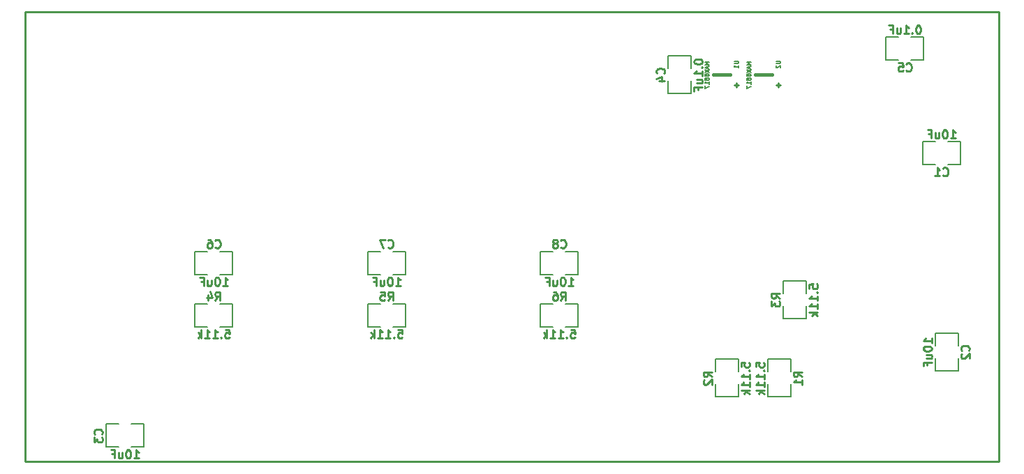
<source format=gbo>
G04 #@! TF.FileFunction,Legend,Bot*
%FSLAX46Y46*%
G04 Gerber Fmt 4.6, Leading zero omitted, Abs format (unit mm)*
G04 Created by KiCad (PCBNEW 0.201508100901+6080~28~ubuntu14.04.1-product) date Mon 10 Aug 2015 10:37:22 AM EDT*
%MOMM*%
G01*
G04 APERTURE LIST*
%ADD10C,0.100000*%
%ADD11C,0.228600*%
%ADD12C,0.381000*%
%ADD13C,0.127000*%
%ADD14C,0.254000*%
%ADD15O,1.854200X2.540000*%
%ADD16R,1.854200X2.540000*%
%ADD17O,4.445000X3.175000*%
%ADD18R,0.762000X1.534160*%
%ADD19R,1.270000X2.540000*%
%ADD20R,2.540000X1.270000*%
%ADD21C,1.930400*%
%ADD22O,4.572000X3.556000*%
%ADD23O,4.064000X5.080000*%
%ADD24O,5.080000X3.556000*%
%ADD25O,2.540000X1.524000*%
%ADD26C,3.937000*%
%ADD27O,1.524000X2.540000*%
%ADD28O,1.524000X2.032000*%
%ADD29O,6.350000X3.810000*%
%ADD30R,2.540000X1.524000*%
%ADD31O,2.540000X1.854200*%
%ADD32R,2.540000X1.854200*%
%ADD33O,5.080000X3.048000*%
%ADD34O,2.032000X1.524000*%
G04 APERTURE END LIST*
D10*
D11*
X211455000Y-75565000D02*
X93345000Y-75565000D01*
X211455000Y-130175000D02*
X211455000Y-75565000D01*
X93345000Y-130175000D02*
X211455000Y-130175000D01*
X93345000Y-75565000D02*
X93345000Y-130175000D01*
D12*
X178816000Y-83185000D02*
X176784000Y-83185000D01*
D11*
X179578000Y-84709000D02*
X179578000Y-84201000D01*
X179832000Y-84455000D02*
X179324000Y-84455000D01*
D12*
X183896000Y-83185000D02*
X181864000Y-83185000D01*
D11*
X184658000Y-84709000D02*
X184658000Y-84201000D01*
X184912000Y-84455000D02*
X184404000Y-84455000D01*
D13*
X116967000Y-110998000D02*
X118491000Y-110998000D01*
X118491000Y-110998000D02*
X118491000Y-113792000D01*
X118491000Y-113792000D02*
X116967000Y-113792000D01*
X115443000Y-113792000D02*
X113919000Y-113792000D01*
X113919000Y-113792000D02*
X113919000Y-110998000D01*
X113919000Y-110998000D02*
X115443000Y-110998000D01*
X177038000Y-119253000D02*
X177038000Y-117729000D01*
X177038000Y-117729000D02*
X179832000Y-117729000D01*
X179832000Y-117729000D02*
X179832000Y-119253000D01*
X179832000Y-120777000D02*
X179832000Y-122301000D01*
X179832000Y-122301000D02*
X177038000Y-122301000D01*
X177038000Y-122301000D02*
X177038000Y-120777000D01*
X186182000Y-120777000D02*
X186182000Y-122301000D01*
X186182000Y-122301000D02*
X183388000Y-122301000D01*
X183388000Y-122301000D02*
X183388000Y-120777000D01*
X183388000Y-119253000D02*
X183388000Y-117729000D01*
X183388000Y-117729000D02*
X186182000Y-117729000D01*
X186182000Y-117729000D02*
X186182000Y-119253000D01*
X116967000Y-104648000D02*
X118491000Y-104648000D01*
X118491000Y-104648000D02*
X118491000Y-107442000D01*
X118491000Y-107442000D02*
X116967000Y-107442000D01*
X115443000Y-107442000D02*
X113919000Y-107442000D01*
X113919000Y-107442000D02*
X113919000Y-104648000D01*
X113919000Y-104648000D02*
X115443000Y-104648000D01*
X199263000Y-81407000D02*
X197739000Y-81407000D01*
X197739000Y-81407000D02*
X197739000Y-78613000D01*
X197739000Y-78613000D02*
X199263000Y-78613000D01*
X200787000Y-78613000D02*
X202311000Y-78613000D01*
X202311000Y-78613000D02*
X202311000Y-81407000D01*
X202311000Y-81407000D02*
X200787000Y-81407000D01*
X171323000Y-82423000D02*
X171323000Y-80899000D01*
X171323000Y-80899000D02*
X174117000Y-80899000D01*
X174117000Y-80899000D02*
X174117000Y-82423000D01*
X174117000Y-83947000D02*
X174117000Y-85471000D01*
X174117000Y-85471000D02*
X171323000Y-85471000D01*
X171323000Y-85471000D02*
X171323000Y-83947000D01*
X106172000Y-125603000D02*
X107696000Y-125603000D01*
X107696000Y-125603000D02*
X107696000Y-128397000D01*
X107696000Y-128397000D02*
X106172000Y-128397000D01*
X104648000Y-128397000D02*
X103124000Y-128397000D01*
X103124000Y-128397000D02*
X103124000Y-125603000D01*
X103124000Y-125603000D02*
X104648000Y-125603000D01*
X206502000Y-117602000D02*
X206502000Y-119126000D01*
X206502000Y-119126000D02*
X203708000Y-119126000D01*
X203708000Y-119126000D02*
X203708000Y-117602000D01*
X203708000Y-116078000D02*
X203708000Y-114554000D01*
X203708000Y-114554000D02*
X206502000Y-114554000D01*
X206502000Y-114554000D02*
X206502000Y-116078000D01*
X203708000Y-94107000D02*
X202184000Y-94107000D01*
X202184000Y-94107000D02*
X202184000Y-91313000D01*
X202184000Y-91313000D02*
X203708000Y-91313000D01*
X205232000Y-91313000D02*
X206756000Y-91313000D01*
X206756000Y-91313000D02*
X206756000Y-94107000D01*
X206756000Y-94107000D02*
X205232000Y-94107000D01*
X185293000Y-109728000D02*
X185293000Y-108204000D01*
X185293000Y-108204000D02*
X188087000Y-108204000D01*
X188087000Y-108204000D02*
X188087000Y-109728000D01*
X188087000Y-111252000D02*
X188087000Y-112776000D01*
X188087000Y-112776000D02*
X185293000Y-112776000D01*
X185293000Y-112776000D02*
X185293000Y-111252000D01*
X137922000Y-110998000D02*
X139446000Y-110998000D01*
X139446000Y-110998000D02*
X139446000Y-113792000D01*
X139446000Y-113792000D02*
X137922000Y-113792000D01*
X136398000Y-113792000D02*
X134874000Y-113792000D01*
X134874000Y-113792000D02*
X134874000Y-110998000D01*
X134874000Y-110998000D02*
X136398000Y-110998000D01*
X137922000Y-104648000D02*
X139446000Y-104648000D01*
X139446000Y-104648000D02*
X139446000Y-107442000D01*
X139446000Y-107442000D02*
X137922000Y-107442000D01*
X136398000Y-107442000D02*
X134874000Y-107442000D01*
X134874000Y-107442000D02*
X134874000Y-104648000D01*
X134874000Y-104648000D02*
X136398000Y-104648000D01*
X158877000Y-110998000D02*
X160401000Y-110998000D01*
X160401000Y-110998000D02*
X160401000Y-113792000D01*
X160401000Y-113792000D02*
X158877000Y-113792000D01*
X157353000Y-113792000D02*
X155829000Y-113792000D01*
X155829000Y-113792000D02*
X155829000Y-110998000D01*
X155829000Y-110998000D02*
X157353000Y-110998000D01*
X158877000Y-104648000D02*
X160401000Y-104648000D01*
X160401000Y-104648000D02*
X160401000Y-107442000D01*
X160401000Y-107442000D02*
X158877000Y-107442000D01*
X157353000Y-107442000D02*
X155829000Y-107442000D01*
X155829000Y-107442000D02*
X155829000Y-104648000D01*
X155829000Y-104648000D02*
X157353000Y-104648000D01*
X179299810Y-81527952D02*
X179711048Y-81527952D01*
X179759429Y-81552143D01*
X179783619Y-81576333D01*
X179807810Y-81624714D01*
X179807810Y-81721476D01*
X179783619Y-81769857D01*
X179759429Y-81794048D01*
X179711048Y-81818238D01*
X179299810Y-81818238D01*
X179807810Y-82326238D02*
X179807810Y-82035952D01*
X179807810Y-82181095D02*
X179299810Y-82181095D01*
X179372381Y-82132714D01*
X179420762Y-82084333D01*
X179444952Y-82035952D01*
X176251810Y-81588427D02*
X175743810Y-81588427D01*
X176106667Y-81757761D01*
X175743810Y-81927094D01*
X176251810Y-81927094D01*
X176106667Y-82144808D02*
X176106667Y-82386713D01*
X176251810Y-82096427D02*
X175743810Y-82265760D01*
X176251810Y-82435094D01*
X175743810Y-82556046D02*
X176251810Y-82894713D01*
X175743810Y-82894713D02*
X176251810Y-82556046D01*
X175743810Y-83305952D02*
X175743810Y-83209190D01*
X175768000Y-83160809D01*
X175792190Y-83136618D01*
X175864762Y-83088237D01*
X175961524Y-83064047D01*
X176155048Y-83064047D01*
X176203429Y-83088237D01*
X176227619Y-83112428D01*
X176251810Y-83160809D01*
X176251810Y-83257571D01*
X176227619Y-83305952D01*
X176203429Y-83330142D01*
X176155048Y-83354333D01*
X176034095Y-83354333D01*
X175985714Y-83330142D01*
X175961524Y-83305952D01*
X175937333Y-83257571D01*
X175937333Y-83160809D01*
X175961524Y-83112428D01*
X175985714Y-83088237D01*
X176034095Y-83064047D01*
X175961524Y-83644619D02*
X175937333Y-83596238D01*
X175913143Y-83572047D01*
X175864762Y-83547857D01*
X175840571Y-83547857D01*
X175792190Y-83572047D01*
X175768000Y-83596238D01*
X175743810Y-83644619D01*
X175743810Y-83741381D01*
X175768000Y-83789762D01*
X175792190Y-83813952D01*
X175840571Y-83838143D01*
X175864762Y-83838143D01*
X175913143Y-83813952D01*
X175937333Y-83789762D01*
X175961524Y-83741381D01*
X175961524Y-83644619D01*
X175985714Y-83596238D01*
X176009905Y-83572047D01*
X176058286Y-83547857D01*
X176155048Y-83547857D01*
X176203429Y-83572047D01*
X176227619Y-83596238D01*
X176251810Y-83644619D01*
X176251810Y-83741381D01*
X176227619Y-83789762D01*
X176203429Y-83813952D01*
X176155048Y-83838143D01*
X176058286Y-83838143D01*
X176009905Y-83813952D01*
X175985714Y-83789762D01*
X175961524Y-83741381D01*
X176251810Y-84321953D02*
X176251810Y-84031667D01*
X176251810Y-84176810D02*
X175743810Y-84176810D01*
X175816381Y-84128429D01*
X175864762Y-84080048D01*
X175888952Y-84031667D01*
X175743810Y-84491286D02*
X175743810Y-84829953D01*
X176251810Y-84612239D01*
X184379810Y-81527952D02*
X184791048Y-81527952D01*
X184839429Y-81552143D01*
X184863619Y-81576333D01*
X184887810Y-81624714D01*
X184887810Y-81721476D01*
X184863619Y-81769857D01*
X184839429Y-81794048D01*
X184791048Y-81818238D01*
X184379810Y-81818238D01*
X184428190Y-82035952D02*
X184404000Y-82060142D01*
X184379810Y-82108523D01*
X184379810Y-82229476D01*
X184404000Y-82277857D01*
X184428190Y-82302047D01*
X184476571Y-82326238D01*
X184524952Y-82326238D01*
X184597524Y-82302047D01*
X184887810Y-82011761D01*
X184887810Y-82326238D01*
X181331810Y-81588427D02*
X180823810Y-81588427D01*
X181186667Y-81757761D01*
X180823810Y-81927094D01*
X181331810Y-81927094D01*
X181186667Y-82144808D02*
X181186667Y-82386713D01*
X181331810Y-82096427D02*
X180823810Y-82265760D01*
X181331810Y-82435094D01*
X180823810Y-82556046D02*
X181331810Y-82894713D01*
X180823810Y-82894713D02*
X181331810Y-82556046D01*
X180823810Y-83305952D02*
X180823810Y-83209190D01*
X180848000Y-83160809D01*
X180872190Y-83136618D01*
X180944762Y-83088237D01*
X181041524Y-83064047D01*
X181235048Y-83064047D01*
X181283429Y-83088237D01*
X181307619Y-83112428D01*
X181331810Y-83160809D01*
X181331810Y-83257571D01*
X181307619Y-83305952D01*
X181283429Y-83330142D01*
X181235048Y-83354333D01*
X181114095Y-83354333D01*
X181065714Y-83330142D01*
X181041524Y-83305952D01*
X181017333Y-83257571D01*
X181017333Y-83160809D01*
X181041524Y-83112428D01*
X181065714Y-83088237D01*
X181114095Y-83064047D01*
X181041524Y-83644619D02*
X181017333Y-83596238D01*
X180993143Y-83572047D01*
X180944762Y-83547857D01*
X180920571Y-83547857D01*
X180872190Y-83572047D01*
X180848000Y-83596238D01*
X180823810Y-83644619D01*
X180823810Y-83741381D01*
X180848000Y-83789762D01*
X180872190Y-83813952D01*
X180920571Y-83838143D01*
X180944762Y-83838143D01*
X180993143Y-83813952D01*
X181017333Y-83789762D01*
X181041524Y-83741381D01*
X181041524Y-83644619D01*
X181065714Y-83596238D01*
X181089905Y-83572047D01*
X181138286Y-83547857D01*
X181235048Y-83547857D01*
X181283429Y-83572047D01*
X181307619Y-83596238D01*
X181331810Y-83644619D01*
X181331810Y-83741381D01*
X181307619Y-83789762D01*
X181283429Y-83813952D01*
X181235048Y-83838143D01*
X181138286Y-83838143D01*
X181089905Y-83813952D01*
X181065714Y-83789762D01*
X181041524Y-83741381D01*
X181331810Y-84321953D02*
X181331810Y-84031667D01*
X181331810Y-84176810D02*
X180823810Y-84176810D01*
X180896381Y-84128429D01*
X180944762Y-84080048D01*
X180968952Y-84031667D01*
X180823810Y-84491286D02*
X180823810Y-84829953D01*
X181331810Y-84612239D01*
D14*
X116374333Y-110568619D02*
X116712999Y-110084810D01*
X116954904Y-110568619D02*
X116954904Y-109552619D01*
X116567857Y-109552619D01*
X116471095Y-109601000D01*
X116422714Y-109649381D01*
X116374333Y-109746143D01*
X116374333Y-109891286D01*
X116422714Y-109988048D01*
X116471095Y-110036429D01*
X116567857Y-110084810D01*
X116954904Y-110084810D01*
X115503476Y-109891286D02*
X115503476Y-110568619D01*
X115745380Y-109504238D02*
X115987285Y-110229952D01*
X115358333Y-110229952D01*
X117583857Y-114124619D02*
X118067666Y-114124619D01*
X118116047Y-114608429D01*
X118067666Y-114560048D01*
X117970904Y-114511667D01*
X117729000Y-114511667D01*
X117632238Y-114560048D01*
X117583857Y-114608429D01*
X117535476Y-114705190D01*
X117535476Y-114947095D01*
X117583857Y-115043857D01*
X117632238Y-115092238D01*
X117729000Y-115140619D01*
X117970904Y-115140619D01*
X118067666Y-115092238D01*
X118116047Y-115043857D01*
X117100047Y-115043857D02*
X117051666Y-115092238D01*
X117100047Y-115140619D01*
X117148428Y-115092238D01*
X117100047Y-115043857D01*
X117100047Y-115140619D01*
X116084047Y-115140619D02*
X116664618Y-115140619D01*
X116374332Y-115140619D02*
X116374332Y-114124619D01*
X116471094Y-114269762D01*
X116567856Y-114366524D01*
X116664618Y-114414905D01*
X115116428Y-115140619D02*
X115696999Y-115140619D01*
X115406713Y-115140619D02*
X115406713Y-114124619D01*
X115503475Y-114269762D01*
X115600237Y-114366524D01*
X115696999Y-114414905D01*
X114680999Y-115140619D02*
X114680999Y-114124619D01*
X114584237Y-114753571D02*
X114293952Y-115140619D01*
X114293952Y-114463286D02*
X114680999Y-114850333D01*
X176608619Y-119845667D02*
X176124810Y-119507001D01*
X176608619Y-119265096D02*
X175592619Y-119265096D01*
X175592619Y-119652143D01*
X175641000Y-119748905D01*
X175689381Y-119797286D01*
X175786143Y-119845667D01*
X175931286Y-119845667D01*
X176028048Y-119797286D01*
X176076429Y-119748905D01*
X176124810Y-119652143D01*
X176124810Y-119265096D01*
X175689381Y-120232715D02*
X175641000Y-120281096D01*
X175592619Y-120377858D01*
X175592619Y-120619762D01*
X175641000Y-120716524D01*
X175689381Y-120764905D01*
X175786143Y-120813286D01*
X175882905Y-120813286D01*
X176028048Y-120764905D01*
X176608619Y-120184334D01*
X176608619Y-120813286D01*
X180164619Y-118636143D02*
X180164619Y-118152334D01*
X180648429Y-118103953D01*
X180600048Y-118152334D01*
X180551667Y-118249096D01*
X180551667Y-118491000D01*
X180600048Y-118587762D01*
X180648429Y-118636143D01*
X180745190Y-118684524D01*
X180987095Y-118684524D01*
X181083857Y-118636143D01*
X181132238Y-118587762D01*
X181180619Y-118491000D01*
X181180619Y-118249096D01*
X181132238Y-118152334D01*
X181083857Y-118103953D01*
X181083857Y-119119953D02*
X181132238Y-119168334D01*
X181180619Y-119119953D01*
X181132238Y-119071572D01*
X181083857Y-119119953D01*
X181180619Y-119119953D01*
X181180619Y-120135953D02*
X181180619Y-119555382D01*
X181180619Y-119845668D02*
X180164619Y-119845668D01*
X180309762Y-119748906D01*
X180406524Y-119652144D01*
X180454905Y-119555382D01*
X181180619Y-121103572D02*
X181180619Y-120523001D01*
X181180619Y-120813287D02*
X180164619Y-120813287D01*
X180309762Y-120716525D01*
X180406524Y-120619763D01*
X180454905Y-120523001D01*
X181180619Y-121539001D02*
X180164619Y-121539001D01*
X180793571Y-121635763D02*
X181180619Y-121926048D01*
X180503286Y-121926048D02*
X180890333Y-121539001D01*
X187530619Y-119845667D02*
X187046810Y-119507001D01*
X187530619Y-119265096D02*
X186514619Y-119265096D01*
X186514619Y-119652143D01*
X186563000Y-119748905D01*
X186611381Y-119797286D01*
X186708143Y-119845667D01*
X186853286Y-119845667D01*
X186950048Y-119797286D01*
X186998429Y-119748905D01*
X187046810Y-119652143D01*
X187046810Y-119265096D01*
X187530619Y-120813286D02*
X187530619Y-120232715D01*
X187530619Y-120523001D02*
X186514619Y-120523001D01*
X186659762Y-120426239D01*
X186756524Y-120329477D01*
X186804905Y-120232715D01*
X181942619Y-118636143D02*
X181942619Y-118152334D01*
X182426429Y-118103953D01*
X182378048Y-118152334D01*
X182329667Y-118249096D01*
X182329667Y-118491000D01*
X182378048Y-118587762D01*
X182426429Y-118636143D01*
X182523190Y-118684524D01*
X182765095Y-118684524D01*
X182861857Y-118636143D01*
X182910238Y-118587762D01*
X182958619Y-118491000D01*
X182958619Y-118249096D01*
X182910238Y-118152334D01*
X182861857Y-118103953D01*
X182861857Y-119119953D02*
X182910238Y-119168334D01*
X182958619Y-119119953D01*
X182910238Y-119071572D01*
X182861857Y-119119953D01*
X182958619Y-119119953D01*
X182958619Y-120135953D02*
X182958619Y-119555382D01*
X182958619Y-119845668D02*
X181942619Y-119845668D01*
X182087762Y-119748906D01*
X182184524Y-119652144D01*
X182232905Y-119555382D01*
X182958619Y-121103572D02*
X182958619Y-120523001D01*
X182958619Y-120813287D02*
X181942619Y-120813287D01*
X182087762Y-120716525D01*
X182184524Y-120619763D01*
X182232905Y-120523001D01*
X182958619Y-121539001D02*
X181942619Y-121539001D01*
X182571571Y-121635763D02*
X182958619Y-121926048D01*
X182281286Y-121926048D02*
X182668333Y-121539001D01*
X116374333Y-104121857D02*
X116422714Y-104170238D01*
X116567857Y-104218619D01*
X116664619Y-104218619D01*
X116809761Y-104170238D01*
X116906523Y-104073476D01*
X116954904Y-103976714D01*
X117003285Y-103783190D01*
X117003285Y-103638048D01*
X116954904Y-103444524D01*
X116906523Y-103347762D01*
X116809761Y-103251000D01*
X116664619Y-103202619D01*
X116567857Y-103202619D01*
X116422714Y-103251000D01*
X116374333Y-103299381D01*
X115503476Y-103202619D02*
X115696999Y-103202619D01*
X115793761Y-103251000D01*
X115842142Y-103299381D01*
X115938904Y-103444524D01*
X115987285Y-103638048D01*
X115987285Y-104025095D01*
X115938904Y-104121857D01*
X115890523Y-104170238D01*
X115793761Y-104218619D01*
X115600238Y-104218619D01*
X115503476Y-104170238D01*
X115455095Y-104121857D01*
X115406714Y-104025095D01*
X115406714Y-103783190D01*
X115455095Y-103686429D01*
X115503476Y-103638048D01*
X115600238Y-103589667D01*
X115793761Y-103589667D01*
X115890523Y-103638048D01*
X115938904Y-103686429D01*
X115987285Y-103783190D01*
X117293571Y-108790619D02*
X117874142Y-108790619D01*
X117583856Y-108790619D02*
X117583856Y-107774619D01*
X117680618Y-107919762D01*
X117777380Y-108016524D01*
X117874142Y-108064905D01*
X116664618Y-107774619D02*
X116567857Y-107774619D01*
X116471095Y-107823000D01*
X116422714Y-107871381D01*
X116374333Y-107968143D01*
X116325952Y-108161667D01*
X116325952Y-108403571D01*
X116374333Y-108597095D01*
X116422714Y-108693857D01*
X116471095Y-108742238D01*
X116567857Y-108790619D01*
X116664618Y-108790619D01*
X116761380Y-108742238D01*
X116809761Y-108693857D01*
X116858142Y-108597095D01*
X116906523Y-108403571D01*
X116906523Y-108161667D01*
X116858142Y-107968143D01*
X116809761Y-107871381D01*
X116761380Y-107823000D01*
X116664618Y-107774619D01*
X115455095Y-108113286D02*
X115455095Y-108790619D01*
X115890523Y-108113286D02*
X115890523Y-108645476D01*
X115842142Y-108742238D01*
X115745380Y-108790619D01*
X115600238Y-108790619D01*
X115503476Y-108742238D01*
X115455095Y-108693857D01*
X114632619Y-108258429D02*
X114971285Y-108258429D01*
X114971285Y-108790619D02*
X114971285Y-107774619D01*
X114487476Y-107774619D01*
X200194333Y-82658857D02*
X200242714Y-82707238D01*
X200387857Y-82755619D01*
X200484619Y-82755619D01*
X200629761Y-82707238D01*
X200726523Y-82610476D01*
X200774904Y-82513714D01*
X200823285Y-82320190D01*
X200823285Y-82175048D01*
X200774904Y-81981524D01*
X200726523Y-81884762D01*
X200629761Y-81788000D01*
X200484619Y-81739619D01*
X200387857Y-81739619D01*
X200242714Y-81788000D01*
X200194333Y-81836381D01*
X199275095Y-81739619D02*
X199758904Y-81739619D01*
X199807285Y-82223429D01*
X199758904Y-82175048D01*
X199662142Y-82126667D01*
X199420238Y-82126667D01*
X199323476Y-82175048D01*
X199275095Y-82223429D01*
X199226714Y-82320190D01*
X199226714Y-82562095D01*
X199275095Y-82658857D01*
X199323476Y-82707238D01*
X199420238Y-82755619D01*
X199662142Y-82755619D01*
X199758904Y-82707238D01*
X199807285Y-82658857D01*
X201694142Y-77167619D02*
X201597381Y-77167619D01*
X201500619Y-77216000D01*
X201452238Y-77264381D01*
X201403857Y-77361143D01*
X201355476Y-77554667D01*
X201355476Y-77796571D01*
X201403857Y-77990095D01*
X201452238Y-78086857D01*
X201500619Y-78135238D01*
X201597381Y-78183619D01*
X201694142Y-78183619D01*
X201790904Y-78135238D01*
X201839285Y-78086857D01*
X201887666Y-77990095D01*
X201936047Y-77796571D01*
X201936047Y-77554667D01*
X201887666Y-77361143D01*
X201839285Y-77264381D01*
X201790904Y-77216000D01*
X201694142Y-77167619D01*
X200920047Y-78086857D02*
X200871666Y-78135238D01*
X200920047Y-78183619D01*
X200968428Y-78135238D01*
X200920047Y-78086857D01*
X200920047Y-78183619D01*
X199904047Y-78183619D02*
X200484618Y-78183619D01*
X200194332Y-78183619D02*
X200194332Y-77167619D01*
X200291094Y-77312762D01*
X200387856Y-77409524D01*
X200484618Y-77457905D01*
X199033190Y-77506286D02*
X199033190Y-78183619D01*
X199468618Y-77506286D02*
X199468618Y-78038476D01*
X199420237Y-78135238D01*
X199323475Y-78183619D01*
X199178333Y-78183619D01*
X199081571Y-78135238D01*
X199033190Y-78086857D01*
X198210714Y-77651429D02*
X198549380Y-77651429D01*
X198549380Y-78183619D02*
X198549380Y-77167619D01*
X198065571Y-77167619D01*
X170796857Y-83015667D02*
X170845238Y-82967286D01*
X170893619Y-82822143D01*
X170893619Y-82725381D01*
X170845238Y-82580239D01*
X170748476Y-82483477D01*
X170651714Y-82435096D01*
X170458190Y-82386715D01*
X170313048Y-82386715D01*
X170119524Y-82435096D01*
X170022762Y-82483477D01*
X169926000Y-82580239D01*
X169877619Y-82725381D01*
X169877619Y-82822143D01*
X169926000Y-82967286D01*
X169974381Y-83015667D01*
X170216286Y-83886524D02*
X170893619Y-83886524D01*
X169829238Y-83644620D02*
X170554952Y-83402715D01*
X170554952Y-84031667D01*
X174449619Y-81515858D02*
X174449619Y-81612619D01*
X174498000Y-81709381D01*
X174546381Y-81757762D01*
X174643143Y-81806143D01*
X174836667Y-81854524D01*
X175078571Y-81854524D01*
X175272095Y-81806143D01*
X175368857Y-81757762D01*
X175417238Y-81709381D01*
X175465619Y-81612619D01*
X175465619Y-81515858D01*
X175417238Y-81419096D01*
X175368857Y-81370715D01*
X175272095Y-81322334D01*
X175078571Y-81273953D01*
X174836667Y-81273953D01*
X174643143Y-81322334D01*
X174546381Y-81370715D01*
X174498000Y-81419096D01*
X174449619Y-81515858D01*
X175368857Y-82289953D02*
X175417238Y-82338334D01*
X175465619Y-82289953D01*
X175417238Y-82241572D01*
X175368857Y-82289953D01*
X175465619Y-82289953D01*
X175465619Y-83305953D02*
X175465619Y-82725382D01*
X175465619Y-83015668D02*
X174449619Y-83015668D01*
X174594762Y-82918906D01*
X174691524Y-82822144D01*
X174739905Y-82725382D01*
X174788286Y-84176810D02*
X175465619Y-84176810D01*
X174788286Y-83741382D02*
X175320476Y-83741382D01*
X175417238Y-83789763D01*
X175465619Y-83886525D01*
X175465619Y-84031667D01*
X175417238Y-84128429D01*
X175368857Y-84176810D01*
X174933429Y-84999286D02*
X174933429Y-84660620D01*
X175465619Y-84660620D02*
X174449619Y-84660620D01*
X174449619Y-85144429D01*
X102597857Y-126830667D02*
X102646238Y-126782286D01*
X102694619Y-126637143D01*
X102694619Y-126540381D01*
X102646238Y-126395239D01*
X102549476Y-126298477D01*
X102452714Y-126250096D01*
X102259190Y-126201715D01*
X102114048Y-126201715D01*
X101920524Y-126250096D01*
X101823762Y-126298477D01*
X101727000Y-126395239D01*
X101678619Y-126540381D01*
X101678619Y-126637143D01*
X101727000Y-126782286D01*
X101775381Y-126830667D01*
X101678619Y-127169334D02*
X101678619Y-127798286D01*
X102065667Y-127459620D01*
X102065667Y-127604762D01*
X102114048Y-127701524D01*
X102162429Y-127749905D01*
X102259190Y-127798286D01*
X102501095Y-127798286D01*
X102597857Y-127749905D01*
X102646238Y-127701524D01*
X102694619Y-127604762D01*
X102694619Y-127314477D01*
X102646238Y-127217715D01*
X102597857Y-127169334D01*
X106498571Y-129745619D02*
X107079142Y-129745619D01*
X106788856Y-129745619D02*
X106788856Y-128729619D01*
X106885618Y-128874762D01*
X106982380Y-128971524D01*
X107079142Y-129019905D01*
X105869618Y-128729619D02*
X105772857Y-128729619D01*
X105676095Y-128778000D01*
X105627714Y-128826381D01*
X105579333Y-128923143D01*
X105530952Y-129116667D01*
X105530952Y-129358571D01*
X105579333Y-129552095D01*
X105627714Y-129648857D01*
X105676095Y-129697238D01*
X105772857Y-129745619D01*
X105869618Y-129745619D01*
X105966380Y-129697238D01*
X106014761Y-129648857D01*
X106063142Y-129552095D01*
X106111523Y-129358571D01*
X106111523Y-129116667D01*
X106063142Y-128923143D01*
X106014761Y-128826381D01*
X105966380Y-128778000D01*
X105869618Y-128729619D01*
X104660095Y-129068286D02*
X104660095Y-129745619D01*
X105095523Y-129068286D02*
X105095523Y-129600476D01*
X105047142Y-129697238D01*
X104950380Y-129745619D01*
X104805238Y-129745619D01*
X104708476Y-129697238D01*
X104660095Y-129648857D01*
X103837619Y-129213429D02*
X104176285Y-129213429D01*
X104176285Y-129745619D02*
X104176285Y-128729619D01*
X103692476Y-128729619D01*
X207753857Y-116670667D02*
X207802238Y-116622286D01*
X207850619Y-116477143D01*
X207850619Y-116380381D01*
X207802238Y-116235239D01*
X207705476Y-116138477D01*
X207608714Y-116090096D01*
X207415190Y-116041715D01*
X207270048Y-116041715D01*
X207076524Y-116090096D01*
X206979762Y-116138477D01*
X206883000Y-116235239D01*
X206834619Y-116380381D01*
X206834619Y-116477143D01*
X206883000Y-116622286D01*
X206931381Y-116670667D01*
X206931381Y-117057715D02*
X206883000Y-117106096D01*
X206834619Y-117202858D01*
X206834619Y-117444762D01*
X206883000Y-117541524D01*
X206931381Y-117589905D01*
X207028143Y-117638286D01*
X207124905Y-117638286D01*
X207270048Y-117589905D01*
X207850619Y-117009334D01*
X207850619Y-117638286D01*
X203278619Y-115751429D02*
X203278619Y-115170858D01*
X203278619Y-115461144D02*
X202262619Y-115461144D01*
X202407762Y-115364382D01*
X202504524Y-115267620D01*
X202552905Y-115170858D01*
X202262619Y-116380382D02*
X202262619Y-116477143D01*
X202311000Y-116573905D01*
X202359381Y-116622286D01*
X202456143Y-116670667D01*
X202649667Y-116719048D01*
X202891571Y-116719048D01*
X203085095Y-116670667D01*
X203181857Y-116622286D01*
X203230238Y-116573905D01*
X203278619Y-116477143D01*
X203278619Y-116380382D01*
X203230238Y-116283620D01*
X203181857Y-116235239D01*
X203085095Y-116186858D01*
X202891571Y-116138477D01*
X202649667Y-116138477D01*
X202456143Y-116186858D01*
X202359381Y-116235239D01*
X202311000Y-116283620D01*
X202262619Y-116380382D01*
X202601286Y-117589905D02*
X203278619Y-117589905D01*
X202601286Y-117154477D02*
X203133476Y-117154477D01*
X203230238Y-117202858D01*
X203278619Y-117299620D01*
X203278619Y-117444762D01*
X203230238Y-117541524D01*
X203181857Y-117589905D01*
X202746429Y-118412381D02*
X202746429Y-118073715D01*
X203278619Y-118073715D02*
X202262619Y-118073715D01*
X202262619Y-118557524D01*
X204639333Y-95358857D02*
X204687714Y-95407238D01*
X204832857Y-95455619D01*
X204929619Y-95455619D01*
X205074761Y-95407238D01*
X205171523Y-95310476D01*
X205219904Y-95213714D01*
X205268285Y-95020190D01*
X205268285Y-94875048D01*
X205219904Y-94681524D01*
X205171523Y-94584762D01*
X205074761Y-94488000D01*
X204929619Y-94439619D01*
X204832857Y-94439619D01*
X204687714Y-94488000D01*
X204639333Y-94536381D01*
X203671714Y-95455619D02*
X204252285Y-95455619D01*
X203961999Y-95455619D02*
X203961999Y-94439619D01*
X204058761Y-94584762D01*
X204155523Y-94681524D01*
X204252285Y-94729905D01*
X205558571Y-90883619D02*
X206139142Y-90883619D01*
X205848856Y-90883619D02*
X205848856Y-89867619D01*
X205945618Y-90012762D01*
X206042380Y-90109524D01*
X206139142Y-90157905D01*
X204929618Y-89867619D02*
X204832857Y-89867619D01*
X204736095Y-89916000D01*
X204687714Y-89964381D01*
X204639333Y-90061143D01*
X204590952Y-90254667D01*
X204590952Y-90496571D01*
X204639333Y-90690095D01*
X204687714Y-90786857D01*
X204736095Y-90835238D01*
X204832857Y-90883619D01*
X204929618Y-90883619D01*
X205026380Y-90835238D01*
X205074761Y-90786857D01*
X205123142Y-90690095D01*
X205171523Y-90496571D01*
X205171523Y-90254667D01*
X205123142Y-90061143D01*
X205074761Y-89964381D01*
X205026380Y-89916000D01*
X204929618Y-89867619D01*
X203720095Y-90206286D02*
X203720095Y-90883619D01*
X204155523Y-90206286D02*
X204155523Y-90738476D01*
X204107142Y-90835238D01*
X204010380Y-90883619D01*
X203865238Y-90883619D01*
X203768476Y-90835238D01*
X203720095Y-90786857D01*
X202897619Y-90351429D02*
X203236285Y-90351429D01*
X203236285Y-90883619D02*
X203236285Y-89867619D01*
X202752476Y-89867619D01*
X184863619Y-110320667D02*
X184379810Y-109982001D01*
X184863619Y-109740096D02*
X183847619Y-109740096D01*
X183847619Y-110127143D01*
X183896000Y-110223905D01*
X183944381Y-110272286D01*
X184041143Y-110320667D01*
X184186286Y-110320667D01*
X184283048Y-110272286D01*
X184331429Y-110223905D01*
X184379810Y-110127143D01*
X184379810Y-109740096D01*
X183847619Y-110659334D02*
X183847619Y-111288286D01*
X184234667Y-110949620D01*
X184234667Y-111094762D01*
X184283048Y-111191524D01*
X184331429Y-111239905D01*
X184428190Y-111288286D01*
X184670095Y-111288286D01*
X184766857Y-111239905D01*
X184815238Y-111191524D01*
X184863619Y-111094762D01*
X184863619Y-110804477D01*
X184815238Y-110707715D01*
X184766857Y-110659334D01*
X188419619Y-109111143D02*
X188419619Y-108627334D01*
X188903429Y-108578953D01*
X188855048Y-108627334D01*
X188806667Y-108724096D01*
X188806667Y-108966000D01*
X188855048Y-109062762D01*
X188903429Y-109111143D01*
X189000190Y-109159524D01*
X189242095Y-109159524D01*
X189338857Y-109111143D01*
X189387238Y-109062762D01*
X189435619Y-108966000D01*
X189435619Y-108724096D01*
X189387238Y-108627334D01*
X189338857Y-108578953D01*
X189338857Y-109594953D02*
X189387238Y-109643334D01*
X189435619Y-109594953D01*
X189387238Y-109546572D01*
X189338857Y-109594953D01*
X189435619Y-109594953D01*
X189435619Y-110610953D02*
X189435619Y-110030382D01*
X189435619Y-110320668D02*
X188419619Y-110320668D01*
X188564762Y-110223906D01*
X188661524Y-110127144D01*
X188709905Y-110030382D01*
X189435619Y-111578572D02*
X189435619Y-110998001D01*
X189435619Y-111288287D02*
X188419619Y-111288287D01*
X188564762Y-111191525D01*
X188661524Y-111094763D01*
X188709905Y-110998001D01*
X189435619Y-112014001D02*
X188419619Y-112014001D01*
X189048571Y-112110763D02*
X189435619Y-112401048D01*
X188758286Y-112401048D02*
X189145333Y-112014001D01*
X137329333Y-110568619D02*
X137667999Y-110084810D01*
X137909904Y-110568619D02*
X137909904Y-109552619D01*
X137522857Y-109552619D01*
X137426095Y-109601000D01*
X137377714Y-109649381D01*
X137329333Y-109746143D01*
X137329333Y-109891286D01*
X137377714Y-109988048D01*
X137426095Y-110036429D01*
X137522857Y-110084810D01*
X137909904Y-110084810D01*
X136410095Y-109552619D02*
X136893904Y-109552619D01*
X136942285Y-110036429D01*
X136893904Y-109988048D01*
X136797142Y-109939667D01*
X136555238Y-109939667D01*
X136458476Y-109988048D01*
X136410095Y-110036429D01*
X136361714Y-110133190D01*
X136361714Y-110375095D01*
X136410095Y-110471857D01*
X136458476Y-110520238D01*
X136555238Y-110568619D01*
X136797142Y-110568619D01*
X136893904Y-110520238D01*
X136942285Y-110471857D01*
X138538857Y-114124619D02*
X139022666Y-114124619D01*
X139071047Y-114608429D01*
X139022666Y-114560048D01*
X138925904Y-114511667D01*
X138684000Y-114511667D01*
X138587238Y-114560048D01*
X138538857Y-114608429D01*
X138490476Y-114705190D01*
X138490476Y-114947095D01*
X138538857Y-115043857D01*
X138587238Y-115092238D01*
X138684000Y-115140619D01*
X138925904Y-115140619D01*
X139022666Y-115092238D01*
X139071047Y-115043857D01*
X138055047Y-115043857D02*
X138006666Y-115092238D01*
X138055047Y-115140619D01*
X138103428Y-115092238D01*
X138055047Y-115043857D01*
X138055047Y-115140619D01*
X137039047Y-115140619D02*
X137619618Y-115140619D01*
X137329332Y-115140619D02*
X137329332Y-114124619D01*
X137426094Y-114269762D01*
X137522856Y-114366524D01*
X137619618Y-114414905D01*
X136071428Y-115140619D02*
X136651999Y-115140619D01*
X136361713Y-115140619D02*
X136361713Y-114124619D01*
X136458475Y-114269762D01*
X136555237Y-114366524D01*
X136651999Y-114414905D01*
X135635999Y-115140619D02*
X135635999Y-114124619D01*
X135539237Y-114753571D02*
X135248952Y-115140619D01*
X135248952Y-114463286D02*
X135635999Y-114850333D01*
X137329333Y-104121857D02*
X137377714Y-104170238D01*
X137522857Y-104218619D01*
X137619619Y-104218619D01*
X137764761Y-104170238D01*
X137861523Y-104073476D01*
X137909904Y-103976714D01*
X137958285Y-103783190D01*
X137958285Y-103638048D01*
X137909904Y-103444524D01*
X137861523Y-103347762D01*
X137764761Y-103251000D01*
X137619619Y-103202619D01*
X137522857Y-103202619D01*
X137377714Y-103251000D01*
X137329333Y-103299381D01*
X136990666Y-103202619D02*
X136313333Y-103202619D01*
X136748761Y-104218619D01*
X138248571Y-108790619D02*
X138829142Y-108790619D01*
X138538856Y-108790619D02*
X138538856Y-107774619D01*
X138635618Y-107919762D01*
X138732380Y-108016524D01*
X138829142Y-108064905D01*
X137619618Y-107774619D02*
X137522857Y-107774619D01*
X137426095Y-107823000D01*
X137377714Y-107871381D01*
X137329333Y-107968143D01*
X137280952Y-108161667D01*
X137280952Y-108403571D01*
X137329333Y-108597095D01*
X137377714Y-108693857D01*
X137426095Y-108742238D01*
X137522857Y-108790619D01*
X137619618Y-108790619D01*
X137716380Y-108742238D01*
X137764761Y-108693857D01*
X137813142Y-108597095D01*
X137861523Y-108403571D01*
X137861523Y-108161667D01*
X137813142Y-107968143D01*
X137764761Y-107871381D01*
X137716380Y-107823000D01*
X137619618Y-107774619D01*
X136410095Y-108113286D02*
X136410095Y-108790619D01*
X136845523Y-108113286D02*
X136845523Y-108645476D01*
X136797142Y-108742238D01*
X136700380Y-108790619D01*
X136555238Y-108790619D01*
X136458476Y-108742238D01*
X136410095Y-108693857D01*
X135587619Y-108258429D02*
X135926285Y-108258429D01*
X135926285Y-108790619D02*
X135926285Y-107774619D01*
X135442476Y-107774619D01*
X158284333Y-110568619D02*
X158622999Y-110084810D01*
X158864904Y-110568619D02*
X158864904Y-109552619D01*
X158477857Y-109552619D01*
X158381095Y-109601000D01*
X158332714Y-109649381D01*
X158284333Y-109746143D01*
X158284333Y-109891286D01*
X158332714Y-109988048D01*
X158381095Y-110036429D01*
X158477857Y-110084810D01*
X158864904Y-110084810D01*
X157413476Y-109552619D02*
X157606999Y-109552619D01*
X157703761Y-109601000D01*
X157752142Y-109649381D01*
X157848904Y-109794524D01*
X157897285Y-109988048D01*
X157897285Y-110375095D01*
X157848904Y-110471857D01*
X157800523Y-110520238D01*
X157703761Y-110568619D01*
X157510238Y-110568619D01*
X157413476Y-110520238D01*
X157365095Y-110471857D01*
X157316714Y-110375095D01*
X157316714Y-110133190D01*
X157365095Y-110036429D01*
X157413476Y-109988048D01*
X157510238Y-109939667D01*
X157703761Y-109939667D01*
X157800523Y-109988048D01*
X157848904Y-110036429D01*
X157897285Y-110133190D01*
X159493857Y-114124619D02*
X159977666Y-114124619D01*
X160026047Y-114608429D01*
X159977666Y-114560048D01*
X159880904Y-114511667D01*
X159639000Y-114511667D01*
X159542238Y-114560048D01*
X159493857Y-114608429D01*
X159445476Y-114705190D01*
X159445476Y-114947095D01*
X159493857Y-115043857D01*
X159542238Y-115092238D01*
X159639000Y-115140619D01*
X159880904Y-115140619D01*
X159977666Y-115092238D01*
X160026047Y-115043857D01*
X159010047Y-115043857D02*
X158961666Y-115092238D01*
X159010047Y-115140619D01*
X159058428Y-115092238D01*
X159010047Y-115043857D01*
X159010047Y-115140619D01*
X157994047Y-115140619D02*
X158574618Y-115140619D01*
X158284332Y-115140619D02*
X158284332Y-114124619D01*
X158381094Y-114269762D01*
X158477856Y-114366524D01*
X158574618Y-114414905D01*
X157026428Y-115140619D02*
X157606999Y-115140619D01*
X157316713Y-115140619D02*
X157316713Y-114124619D01*
X157413475Y-114269762D01*
X157510237Y-114366524D01*
X157606999Y-114414905D01*
X156590999Y-115140619D02*
X156590999Y-114124619D01*
X156494237Y-114753571D02*
X156203952Y-115140619D01*
X156203952Y-114463286D02*
X156590999Y-114850333D01*
X158284333Y-104121857D02*
X158332714Y-104170238D01*
X158477857Y-104218619D01*
X158574619Y-104218619D01*
X158719761Y-104170238D01*
X158816523Y-104073476D01*
X158864904Y-103976714D01*
X158913285Y-103783190D01*
X158913285Y-103638048D01*
X158864904Y-103444524D01*
X158816523Y-103347762D01*
X158719761Y-103251000D01*
X158574619Y-103202619D01*
X158477857Y-103202619D01*
X158332714Y-103251000D01*
X158284333Y-103299381D01*
X157703761Y-103638048D02*
X157800523Y-103589667D01*
X157848904Y-103541286D01*
X157897285Y-103444524D01*
X157897285Y-103396143D01*
X157848904Y-103299381D01*
X157800523Y-103251000D01*
X157703761Y-103202619D01*
X157510238Y-103202619D01*
X157413476Y-103251000D01*
X157365095Y-103299381D01*
X157316714Y-103396143D01*
X157316714Y-103444524D01*
X157365095Y-103541286D01*
X157413476Y-103589667D01*
X157510238Y-103638048D01*
X157703761Y-103638048D01*
X157800523Y-103686429D01*
X157848904Y-103734810D01*
X157897285Y-103831571D01*
X157897285Y-104025095D01*
X157848904Y-104121857D01*
X157800523Y-104170238D01*
X157703761Y-104218619D01*
X157510238Y-104218619D01*
X157413476Y-104170238D01*
X157365095Y-104121857D01*
X157316714Y-104025095D01*
X157316714Y-103831571D01*
X157365095Y-103734810D01*
X157413476Y-103686429D01*
X157510238Y-103638048D01*
X159203571Y-108790619D02*
X159784142Y-108790619D01*
X159493856Y-108790619D02*
X159493856Y-107774619D01*
X159590618Y-107919762D01*
X159687380Y-108016524D01*
X159784142Y-108064905D01*
X158574618Y-107774619D02*
X158477857Y-107774619D01*
X158381095Y-107823000D01*
X158332714Y-107871381D01*
X158284333Y-107968143D01*
X158235952Y-108161667D01*
X158235952Y-108403571D01*
X158284333Y-108597095D01*
X158332714Y-108693857D01*
X158381095Y-108742238D01*
X158477857Y-108790619D01*
X158574618Y-108790619D01*
X158671380Y-108742238D01*
X158719761Y-108693857D01*
X158768142Y-108597095D01*
X158816523Y-108403571D01*
X158816523Y-108161667D01*
X158768142Y-107968143D01*
X158719761Y-107871381D01*
X158671380Y-107823000D01*
X158574618Y-107774619D01*
X157365095Y-108113286D02*
X157365095Y-108790619D01*
X157800523Y-108113286D02*
X157800523Y-108645476D01*
X157752142Y-108742238D01*
X157655380Y-108790619D01*
X157510238Y-108790619D01*
X157413476Y-108742238D01*
X157365095Y-108693857D01*
X156542619Y-108258429D02*
X156881285Y-108258429D01*
X156881285Y-108790619D02*
X156881285Y-107774619D01*
X156397476Y-107774619D01*
%LPC*%
D15*
X104140000Y-123190000D03*
X106680000Y-123190000D03*
D16*
X101600000Y-123190000D03*
D17*
X181610000Y-102870000D03*
X181610000Y-107569000D03*
D18*
X178749960Y-84383880D03*
X177800000Y-84383880D03*
X176850040Y-84383880D03*
X176850040Y-81986120D03*
X177800000Y-81986120D03*
X178749960Y-81986120D03*
X183829960Y-84383880D03*
X182880000Y-84383880D03*
X181930040Y-84383880D03*
X181930040Y-81986120D03*
X182880000Y-81986120D03*
X183829960Y-81986120D03*
D19*
X117729000Y-112395000D03*
X114681000Y-112395000D03*
D20*
X178435000Y-118491000D03*
X178435000Y-121539000D03*
X184785000Y-121539000D03*
X184785000Y-118491000D03*
D19*
X117729000Y-106045000D03*
X114681000Y-106045000D03*
X198501000Y-80010000D03*
X201549000Y-80010000D03*
D20*
X172720000Y-81661000D03*
X172720000Y-84709000D03*
D19*
X106934000Y-127000000D03*
X103886000Y-127000000D03*
D20*
X205105000Y-118364000D03*
X205105000Y-115316000D03*
D19*
X202946000Y-92710000D03*
X205994000Y-92710000D03*
D20*
X186690000Y-108966000D03*
X186690000Y-112014000D03*
D21*
X208457800Y-102870000D03*
D22*
X204952600Y-102870000D03*
D23*
X199466200Y-102870000D03*
D24*
X206451200Y-98374200D03*
X206451200Y-107365800D03*
D25*
X200025000Y-115570000D03*
X200025000Y-118110000D03*
X200025000Y-113030000D03*
D19*
X138684000Y-112395000D03*
X135636000Y-112395000D03*
D26*
X111760000Y-127000000D03*
X113030000Y-78740000D03*
X194310000Y-127000000D03*
X187960000Y-78740000D03*
D27*
X125730000Y-127000000D03*
X128270000Y-127000000D03*
X130810000Y-127000000D03*
X133350000Y-127000000D03*
X135890000Y-127000000D03*
X138430000Y-127000000D03*
X140970000Y-127000000D03*
X143510000Y-127000000D03*
X148590000Y-127000000D03*
X151130000Y-127000000D03*
X153670000Y-127000000D03*
X156210000Y-127000000D03*
X158750000Y-127000000D03*
X161290000Y-127000000D03*
X163830000Y-127000000D03*
X166370000Y-127000000D03*
X171450000Y-127000000D03*
X173990000Y-127000000D03*
X176530000Y-127000000D03*
X179070000Y-127000000D03*
X181610000Y-127000000D03*
X184150000Y-127000000D03*
X186690000Y-127000000D03*
X189230000Y-127000000D03*
X116586000Y-78740000D03*
X119126000Y-78740000D03*
X121666000Y-78740000D03*
X124206000Y-78740000D03*
X126746000Y-78740000D03*
X129286000Y-78740000D03*
X131826000Y-78740000D03*
X134366000Y-78740000D03*
X136906000Y-78740000D03*
X139446000Y-78740000D03*
X143510000Y-78740000D03*
X161290000Y-78740000D03*
X158750000Y-78740000D03*
X156210000Y-78740000D03*
X153670000Y-78740000D03*
X151130000Y-78740000D03*
X148590000Y-78740000D03*
X146050000Y-78740000D03*
X166370000Y-78740000D03*
X168910000Y-78740000D03*
X171450000Y-78740000D03*
X173990000Y-78740000D03*
X176530000Y-78740000D03*
X179070000Y-78740000D03*
X181610000Y-78740000D03*
X184150000Y-78740000D03*
X191770000Y-78232000D03*
X194310000Y-78232000D03*
D25*
X191262000Y-81280000D03*
X194818000Y-81280000D03*
X191262000Y-83820000D03*
X194818000Y-83820000D03*
X191262000Y-86360000D03*
X194818000Y-86360000D03*
X191262000Y-88900000D03*
X194818000Y-88900000D03*
X191262000Y-91440000D03*
X194818000Y-91440000D03*
X191262000Y-93980000D03*
X194818000Y-93980000D03*
X191262000Y-96520000D03*
X194818000Y-96520000D03*
X191262000Y-99060000D03*
X194818000Y-99060000D03*
X191262000Y-101600000D03*
X194818000Y-101600000D03*
X191262000Y-104140000D03*
X194818000Y-104140000D03*
X191262000Y-106680000D03*
X194818000Y-106680000D03*
X191262000Y-109220000D03*
X194818000Y-109220000D03*
X191262000Y-111760000D03*
X194818000Y-111760000D03*
X191262000Y-114300000D03*
X194818000Y-114300000D03*
X191262000Y-116840000D03*
X194818000Y-116840000D03*
X191262000Y-119380000D03*
X194818000Y-119380000D03*
X191262000Y-121920000D03*
X194818000Y-121920000D03*
D28*
X187325000Y-105410000D03*
X187325000Y-100330000D03*
D29*
X123825000Y-119532400D03*
X123825000Y-86207600D03*
D25*
X121897140Y-112572800D03*
X121897140Y-109804200D03*
X121897140Y-107035600D03*
X121897140Y-104267000D03*
X121897140Y-101473000D03*
X121897140Y-98704400D03*
X121897140Y-95935800D03*
D30*
X121897140Y-93167200D03*
D25*
X125752860Y-111175800D03*
X125752860Y-108407200D03*
X125752860Y-105638600D03*
X125752860Y-102870000D03*
X125752860Y-100101400D03*
X125752860Y-97332800D03*
X125752860Y-94564200D03*
D29*
X144780000Y-119532400D03*
X144780000Y-86207600D03*
D25*
X142852140Y-112572800D03*
X142852140Y-109804200D03*
X142852140Y-107035600D03*
X142852140Y-104267000D03*
X142852140Y-101473000D03*
X142852140Y-98704400D03*
X142852140Y-95935800D03*
D30*
X142852140Y-93167200D03*
D25*
X146707860Y-111175800D03*
X146707860Y-108407200D03*
X146707860Y-105638600D03*
X146707860Y-102870000D03*
X146707860Y-100101400D03*
X146707860Y-97332800D03*
X146707860Y-94564200D03*
D19*
X138684000Y-106045000D03*
X135636000Y-106045000D03*
D29*
X165735000Y-119532400D03*
X165735000Y-86207600D03*
D25*
X163807140Y-112572800D03*
X163807140Y-109804200D03*
X163807140Y-107035600D03*
X163807140Y-104267000D03*
X163807140Y-101473000D03*
X163807140Y-98704400D03*
X163807140Y-95935800D03*
D30*
X163807140Y-93167200D03*
D25*
X167662860Y-111175800D03*
X167662860Y-108407200D03*
X167662860Y-105638600D03*
X167662860Y-102870000D03*
X167662860Y-100101400D03*
X167662860Y-97332800D03*
X167662860Y-94564200D03*
D19*
X159639000Y-112395000D03*
X156591000Y-112395000D03*
D15*
X104140000Y-80645000D03*
X106680000Y-80645000D03*
D16*
X101600000Y-80645000D03*
D15*
X104140000Y-88900000D03*
X106680000Y-88900000D03*
D16*
X101600000Y-88900000D03*
D19*
X159639000Y-106045000D03*
X156591000Y-106045000D03*
D31*
X184150000Y-86995000D03*
D32*
X184150000Y-89535000D03*
D15*
X104140000Y-114935000D03*
X106680000Y-114935000D03*
D16*
X101600000Y-114935000D03*
D33*
X99060000Y-107950000D03*
X99060000Y-97790000D03*
D34*
X105156000Y-102870000D03*
D28*
X107950000Y-102870000D03*
X107950000Y-100076000D03*
X107950000Y-105664000D03*
M02*

</source>
